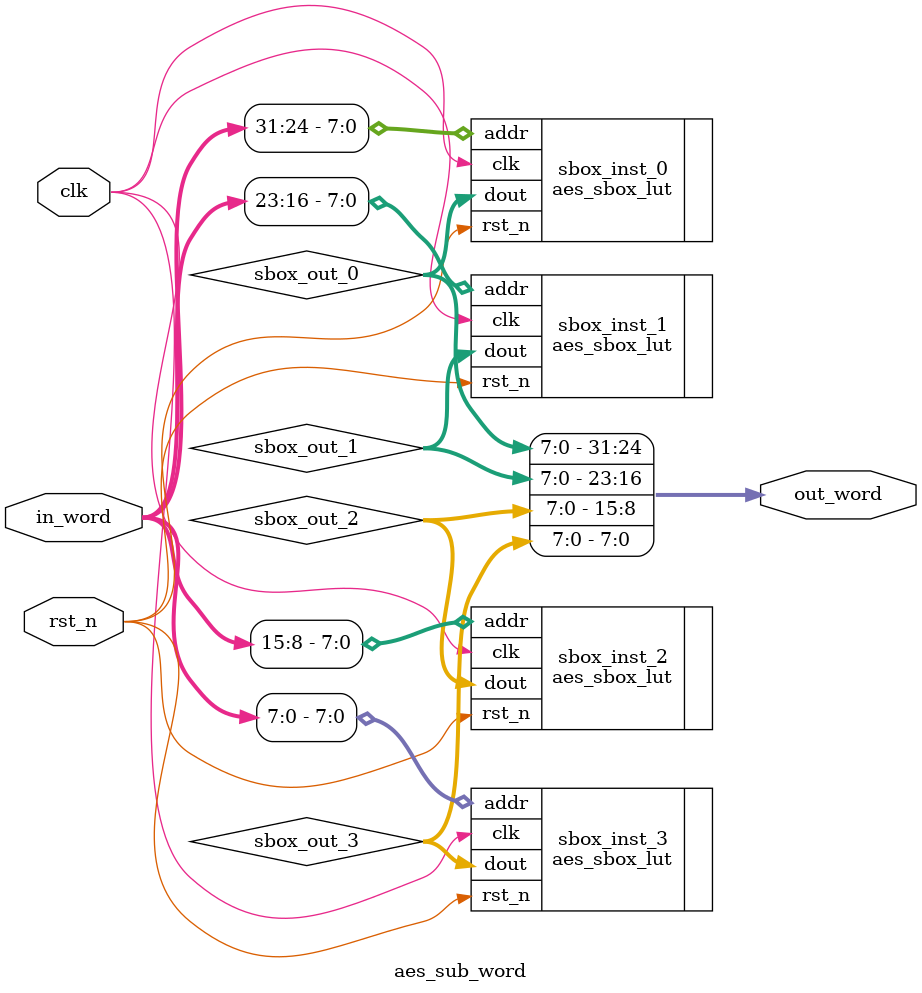
<source format=v>
`timescale 1ns/1ps
module aes_expandedkey (
    input  wire        clk,
    input  wire        rst_n,
    input  wire        sys_en,
    input  wire        start,             // asserted to load new key
    input  wire [127:0] key,
    output wire [1407:0] expandedkey,     // round10..round0
    output reg         done               // pulses high for 1 clk when expansion is complete
);

    // FSM states
    localparam S_IDLE     = 2'b00;
    localparam S_START    = 2'b01;
    localparam S_GENERATE = 2'b10;

    reg [1:0] state, next_state;

    // registers to hold round keys 0..10
    reg [127:0] round_keys_reg [0:10];

    // round counter (0..10)
    reg [3:0] round_cnt;

    // Latency counter (to model 2-cycle expansion per round)
    reg [1:0] latency_cnt;

    // The previous key register to feed aes_key_expansion
    reg [127:0] prev_key_reg;

    // single instance output
    wire [127:0] aes_next_key;

    // output concatenation (round10 .. round0)
    assign expandedkey = { round_keys_reg[10], round_keys_reg[9], round_keys_reg[8],
                           round_keys_reg[7], round_keys_reg[6], round_keys_reg[5],
                           round_keys_reg[4], round_keys_reg[3], round_keys_reg[2],
                           round_keys_reg[1], round_keys_reg[0] };

    // key expansion primitive
    aes_key_expansion aes_inst (
        .clk      (clk),
        .rst_n    (rst_n),
        .prev_key (prev_key_reg),
        .round_idx(round_cnt),
        .next_key (aes_next_key)
    );

    // declare loop variable for init
    integer i;

    // Next-state (combinational)
    always @(*) begin
        next_state = state;
        case (state)
            S_IDLE: begin
                if (start)
                    next_state = S_START;
            end
            S_START: begin
                next_state = S_GENERATE;
            end
            S_GENERATE: begin
                if (latency_cnt == 2'd1 && round_cnt == 4'd10) begin
                    next_state = S_IDLE;
                end
            end
            default: next_state = S_IDLE;
        endcase
    end

    // State register
    always @(posedge clk or negedge rst_n) begin
        if (!rst_n)
            state <= S_IDLE;
        else if(sys_en)
            state <= next_state;
    end

    // Controller + datapath
    always @(posedge clk or negedge rst_n) begin
        if (!rst_n) begin
            round_cnt     <= 4'd0;
            prev_key_reg  <= 128'b0;
            done          <= 1'b0;
            latency_cnt   <= 2'd0;
            for (i = 0; i < 11; i = i + 1)
                round_keys_reg[i] <= 128'b0;
        end else begin
            done <= 1'b0; // default

            case (state)
                S_IDLE: begin
                    // do nothing
                end

                S_START: begin
                    // latch round0
                    round_keys_reg[0] <= key;
                    prev_key_reg <= key;
                    round_cnt <= 4'd1;
                    latency_cnt <= 2'd0;
                end

                S_GENERATE: begin
                    latency_cnt <= latency_cnt + 2'd1;
                    if (latency_cnt == 2'd1) begin
                        // store next round key
                        round_keys_reg[round_cnt] <= aes_next_key;
                        prev_key_reg <= aes_next_key;

                        if (round_cnt == 4'd10) begin
                            done <= 1'b1; // expansion finished
                            round_cnt <= 4'd0;
                        end else begin
                            round_cnt <= round_cnt + 4'd1;
                        end
                        latency_cnt <= 2'd0;
                    end
                end

            endcase
        end
    end

endmodule

//
// AES Key Expansion for a 128-bit key
// Generates the next round key from the previous one
//
module aes_key_expansion (
    input wire clk,
    input wire rst_n,
    input wire [127:0] prev_key,
    input wire [3:0] round_idx,
    output wire [127:0] next_key
);

    // Round Constant Table for AES-128
    reg [7:0] rcon [10:1];
    initial begin
        rcon[1] = 8'h01;
        rcon[2] = 8'h02;
        rcon[3] = 8'h04;
        rcon[4] = 8'h08;
        rcon[5] = 8'h10;
        rcon[6] = 8'h20;
        rcon[7] = 8'h40;
        rcon[8] = 8'h80;
        rcon[9] = 8'h1b;
        rcon[10] = 8'h36;
    end

    // Internal variables
    wire [31:0] w0, w1, w2, w3, w4, w5, w6, w7;
    wire [31:0] temp_word;
    wire [31:0] temp_word_rotated;
    wire [31:0] temp_word_subbed;
    // Split the previous key into words
    assign w0 = prev_key[127:96];
    assign w1 = prev_key[95:64];
    assign w2 = prev_key[63:32];
    assign w3 = prev_key[31:0];

    assign temp_word_rotated = {w3[23:0], w3[31:24]};
    // The core of the key expansion function is applied to the last word
    // This is the SubWord, RotWord, and Rcon XOR part
    aes_sub_word sub_word_inst (
        .clk(clk),.in_word(temp_word_rotated), // RotWord
        .out_word(temp_word_subbed),.rst_n(rst_n)
    );

    // Apply the XOR with the round constant
    assign w4 = w0 ^ temp_word_subbed ^ {rcon[round_idx], 24'h0};

    // Subsequent words are a simple XOR
    assign w5 = w4 ^ w1;
    assign w6 = w5 ^ w2;
    assign w7 = w6 ^ w3;

    // Combine the new words to form the next round key
    assign next_key = {w4, w5, w6, w7};

endmodule

`timescale 1ns / 1ps
//////////////////////////////////////////////////////////////////////////////////
// Company: 
// Engineer: 
// 
// Create Date: 27.08.2025 01:29:03
// Design Name: 
// Module Name: aes_sub_box
// Project Name: asdfg
// Target Devices: 
// Tool Versions: 
// Description: 
// 
// Dependencies: 
// 
// Revision:
// Revision 0.01 - File Created
// Additional Comments:
// 
//////////////////////////////////////////////////////////////////////////////////



module aes_sub_word (
    input wire clk,
    input wire rst_n,
    input wire [31:0] in_word,
    output wire [31:0] out_word
);

    // Wires to hold the outputs from the four S-Box instances
    wire [7:0] sbox_out_0, sbox_out_1, sbox_out_2, sbox_out_3;

    // Instantiate four aes_sbox_bram modules
    // Each instance processes one byte of the input word
    aes_sbox_lut sbox_inst_0 (
        .clk(clk),
        .rst_n(rst_n),
        .addr(in_word[31:24]), // Most significant byte
        .dout(sbox_out_0)
    );

    aes_sbox_lut sbox_inst_1 (
        .clk(clk),
        .rst_n(rst_n),
        .addr(in_word[23:16]),
        .dout(sbox_out_1)
    );

    aes_sbox_lut sbox_inst_2 (
        .clk(clk),
        .rst_n(rst_n),
        .addr(in_word[15:8]),
        .dout(sbox_out_2)
    );

    aes_sbox_lut sbox_inst_3 (
        .clk(clk),
        .rst_n(rst_n),
        .addr(in_word[7:0]), // Least significant byte
        .dout(sbox_out_3)
    );

    // Concatenate the outputs to form the 32-bit output word
    assign out_word = {sbox_out_0, sbox_out_1, sbox_out_2, sbox_out_3};

endmodule
</source>
